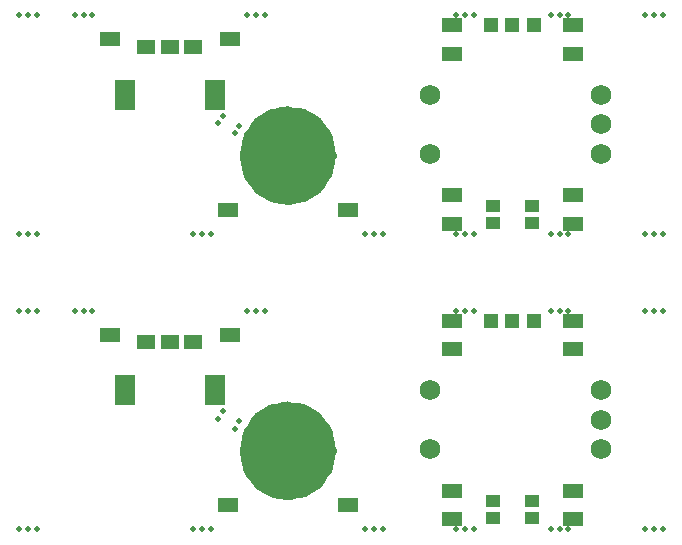
<source format=gbr>
%TF.GenerationSoftware,KiCad,Pcbnew,7.0.8*%
%TF.CreationDate,2024-04-23T11:22:23-04:00*%
%TF.ProjectId,keyboard-roller-encoder,6b657962-6f61-4726-942d-726f6c6c6572,rev?*%
%TF.SameCoordinates,Original*%
%TF.FileFunction,Soldermask,Top*%
%TF.FilePolarity,Negative*%
%FSLAX46Y46*%
G04 Gerber Fmt 4.6, Leading zero omitted, Abs format (unit mm)*
G04 Created by KiCad (PCBNEW 7.0.8) date 2024-04-23 11:22:23*
%MOMM*%
%LPD*%
G01*
G04 APERTURE LIST*
%ADD10C,0.010000*%
%ADD11C,4.055000*%
%ADD12C,0.500000*%
%ADD13R,1.800000X1.200000*%
%ADD14R,1.700000X2.600000*%
%ADD15R,1.500000X1.200000*%
%ADD16C,1.750000*%
%ADD17R,1.200000X1.200000*%
%ADD18R,1.150000X1.050000*%
G04 APERTURE END LIST*
D10*
X44550000Y-61500000D02*
X44550000Y-61750000D01*
X36450000Y-61750000D02*
X36450000Y-61500000D01*
D11*
X42527500Y-61500000D02*
G75*
G03*
X42527500Y-61500000I-2027500J0D01*
G01*
X42527500Y-61750000D02*
G75*
G03*
X42527500Y-61750000I-2027500J0D01*
G01*
X42527500Y-36500000D02*
G75*
G03*
X42527500Y-36500000I-2027500J0D01*
G01*
X42527500Y-36750000D02*
G75*
G03*
X42527500Y-36750000I-2027500J0D01*
G01*
D10*
X44550000Y-36500000D02*
X44550000Y-36750000D01*
X36450000Y-36750000D02*
X36450000Y-36500000D01*
D12*
%TO.C,mouse-bite-2mm-slot*%
X17750000Y-68250000D03*
X18500000Y-68250000D03*
X19250000Y-68250000D03*
%TD*%
%TO.C,mouse-bite-2mm-slot*%
X70750000Y-68250000D03*
X71500000Y-68250000D03*
X72250000Y-68250000D03*
%TD*%
%TO.C,mouse-bite-2mm-slot*%
X72250000Y-24750000D03*
X71500000Y-24750000D03*
X70750000Y-24750000D03*
%TD*%
%TO.C,mouse-bite-2mm-slot*%
X19250000Y-24750000D03*
X18500000Y-24750000D03*
X17750000Y-24750000D03*
%TD*%
%TO.C,*%
X34990000Y-58260000D03*
%TD*%
%TO.C,*%
X36010000Y-59750000D03*
%TD*%
%TO.C,*%
X36400000Y-59100000D03*
%TD*%
%TO.C,*%
X34610000Y-58900000D03*
%TD*%
%TO.C,*%
X34610000Y-33900000D03*
%TD*%
%TO.C,*%
X34990000Y-33260000D03*
%TD*%
%TO.C,*%
X36400000Y-34100000D03*
%TD*%
%TO.C,*%
X36010000Y-34750000D03*
%TD*%
%TO.C,mouse-bite-2mm-slot*%
X19250000Y-49750000D03*
X18500000Y-49750000D03*
X17750000Y-49750000D03*
%TD*%
%TO.C,mouse-bite-2mm-slot*%
X17750000Y-43250000D03*
X18500000Y-43250000D03*
X19250000Y-43250000D03*
%TD*%
%TO.C,mouse-bite-2mm-slot*%
X70750000Y-43250000D03*
X71500000Y-43250000D03*
X72250000Y-43250000D03*
%TD*%
%TO.C,mouse-bite-2mm-slot*%
X72250000Y-49750000D03*
X71500000Y-49750000D03*
X70750000Y-49750000D03*
%TD*%
%TO.C,mouse-bite-2mm-slot*%
X22450000Y-49750000D03*
X23200000Y-49750000D03*
X23950000Y-49750000D03*
%TD*%
%TO.C,mouse-bite-2mm-slot*%
X48550000Y-68250000D03*
X47800000Y-68250000D03*
X47050000Y-68250000D03*
%TD*%
%TO.C,mouse-bite-2mm-slot*%
X33950000Y-68250000D03*
X33200000Y-68250000D03*
X32450000Y-68250000D03*
%TD*%
%TO.C,mouse-bite-2mm-slot*%
X37050000Y-49750000D03*
X37800000Y-49750000D03*
X38550000Y-49750000D03*
%TD*%
%TO.C,mouse-bite-2mm-slot*%
X54750000Y-68250000D03*
X55500000Y-68250000D03*
X56250000Y-68250000D03*
%TD*%
%TO.C,mouse-bite-2mm-slot*%
X64250000Y-49750000D03*
X63500000Y-49750000D03*
X62750000Y-49750000D03*
%TD*%
%TO.C,mouse-bite-2mm-slot*%
X56250000Y-49750000D03*
X55500000Y-49750000D03*
X54750000Y-49750000D03*
%TD*%
%TO.C,mouse-bite-2mm-slot*%
X62750000Y-68250000D03*
X63500000Y-68250000D03*
X64250000Y-68250000D03*
%TD*%
%TO.C,mouse-bite-2mm-slot*%
X32450000Y-43250000D03*
X33200000Y-43250000D03*
X33950000Y-43250000D03*
%TD*%
%TO.C,mouse-bite-2mm-slot*%
X47050000Y-43250000D03*
X47800000Y-43250000D03*
X48550000Y-43250000D03*
%TD*%
%TO.C,mouse-bite-2mm-slot*%
X23950000Y-24750000D03*
X23200000Y-24750000D03*
X22450000Y-24750000D03*
%TD*%
%TO.C,mouse-bite-2mm-slot*%
X38550000Y-24750000D03*
X37800000Y-24750000D03*
X37050000Y-24750000D03*
%TD*%
%TO.C,mouse-bite-2mm-slot*%
X64250000Y-43250000D03*
X63500000Y-43250000D03*
X62750000Y-43250000D03*
%TD*%
%TO.C,mouse-bite-2mm-slot*%
X56250000Y-43250000D03*
X55500000Y-43250000D03*
X54750000Y-43250000D03*
%TD*%
%TO.C,mouse-bite-2mm-slot*%
X62750000Y-24750000D03*
X63500000Y-24750000D03*
X64250000Y-24750000D03*
%TD*%
%TO.C,mouse-bite-2mm-slot*%
X54750000Y-24750000D03*
X55500000Y-24750000D03*
X56250000Y-24750000D03*
%TD*%
D13*
%TO.C,J4*%
X45600000Y-66200000D03*
%TD*%
%TO.C,J3*%
X35400000Y-66200000D03*
%TD*%
%TO.C,J16*%
X25397106Y-51800001D03*
%TD*%
D14*
%TO.C,RE1*%
X26697106Y-56500001D03*
X34297106Y-56500001D03*
D15*
X30497106Y-52400001D03*
X28497106Y-52400001D03*
X32497106Y-52400001D03*
%TD*%
D13*
%TO.C,J18*%
X35597106Y-51800001D03*
%TD*%
%TO.C,J15*%
X64604495Y-52996446D03*
%TD*%
D16*
%TO.C,SW1*%
X52504495Y-61496446D03*
X52504495Y-56496446D03*
X67004495Y-58996446D03*
X67004495Y-56496446D03*
X67004495Y-61496446D03*
%TD*%
D13*
%TO.C,J9*%
X64604495Y-50596446D03*
%TD*%
D17*
%TO.C,J1*%
X59504495Y-50596446D03*
X61304495Y-50596446D03*
X57704495Y-50596446D03*
%TD*%
D18*
%TO.C,S1*%
X57829495Y-65881446D03*
X57829495Y-67331446D03*
X61179495Y-65881446D03*
X61179495Y-67331446D03*
%TD*%
D13*
%TO.C,J10*%
X54404495Y-50596446D03*
%TD*%
%TO.C,J11*%
X54404495Y-52996446D03*
%TD*%
%TO.C,J8*%
X54404495Y-67396446D03*
%TD*%
%TO.C,J14*%
X54404495Y-64996446D03*
%TD*%
%TO.C,J13*%
X64604495Y-67396446D03*
%TD*%
%TO.C,J12*%
X64604495Y-64996446D03*
%TD*%
%TO.C,J16*%
X25397106Y-26800001D03*
%TD*%
%TO.C,J15*%
X64604495Y-27996446D03*
%TD*%
D16*
%TO.C,SW1*%
X52504495Y-36496446D03*
X52504495Y-31496446D03*
X67004495Y-33996446D03*
X67004495Y-31496446D03*
X67004495Y-36496446D03*
%TD*%
D18*
%TO.C,S1*%
X57829495Y-40881446D03*
X57829495Y-42331446D03*
X61179495Y-40881446D03*
X61179495Y-42331446D03*
%TD*%
D14*
%TO.C,RE1*%
X26697106Y-31500001D03*
X34297106Y-31500001D03*
D15*
X30497106Y-27400001D03*
X28497106Y-27400001D03*
X32497106Y-27400001D03*
%TD*%
D13*
%TO.C,J18*%
X35597106Y-26800001D03*
%TD*%
%TO.C,J14*%
X54404495Y-39996446D03*
%TD*%
%TO.C,J13*%
X64604495Y-42396446D03*
%TD*%
%TO.C,J12*%
X64604495Y-39996446D03*
%TD*%
%TO.C,J11*%
X54404495Y-27996446D03*
%TD*%
%TO.C,J10*%
X54404495Y-25596446D03*
%TD*%
%TO.C,J9*%
X64604495Y-25596446D03*
%TD*%
%TO.C,J8*%
X54404495Y-42396446D03*
%TD*%
%TO.C,J4*%
X45600000Y-41200000D03*
%TD*%
%TO.C,J3*%
X35400000Y-41200000D03*
%TD*%
D17*
%TO.C,J1*%
X57704495Y-25596446D03*
X61304495Y-25596446D03*
X59504495Y-25596446D03*
%TD*%
M02*

</source>
